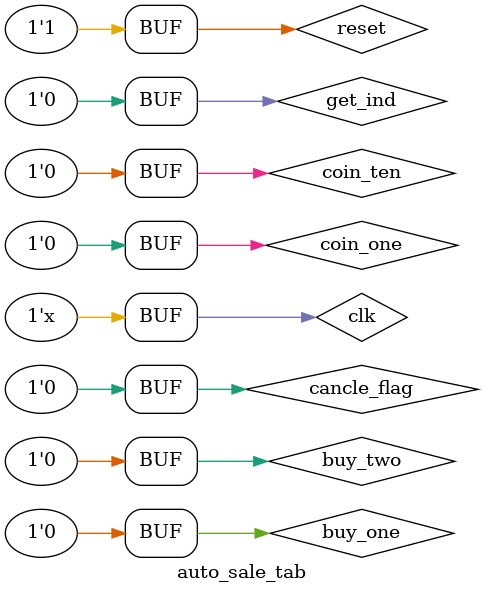
<source format=v>
`timescale 1ns / 1ps


module auto_sale_tab( );
    
    reg clk, reset, cancle_flag, coin_one, coin_ten, buy_one, buy_two, get_ind;
    
    wire op_start, light_one, light_two, light, hold_ind, not_enough, light_get;
    
    wire  [7:0] seg, an;
    
    auto_sale dut(clk, reset, cancle_flag, coin_one, coin_ten, buy_one, buy_two, get_ind,
                    op_start, light_one, light_two, light, hold_ind, not_enough, light_get, seg, an);
    
    initial begin
        //ÊäÈë³õÊ¼»¯
        clk<=0;
        cancle_flag<=0;
        coin_one<=0;
        coin_ten<=0;
        buy_one<=0;
        buy_two<=0;
        reset<=0;
        get_ind<=0;
        
        #200 reset<=~reset;  //¸´Î»ÐÅºÅÖÃ1
        #200 coin_one<=1;
        #200 coin_one<=0;    //Í¶±ÒÒ»Ôª£¬½øÈëS1
        #200 coin_one<=1;
        #200 coin_one<=0;
        #200 coin_one<=1;
        #200 coin_one<=0;    //ÈýÔª£¬½øÈëS2
        #200 coin_ten<=1;
        #200 coin_ten<=0;    //13Ôª£¬½øÈëS3
        #200 buy_two<=1;
        #200 buy_two<=0;     //¹ºÂòÉÌÆ·¶þ£¬Óà8Ôª£¬S3
        
        #200 buy_one<=1;
        #200 buy_one<=0;     //¹ºÂòÉÌÆ·¶þ£¬
        #200 buy_two<=1;
        #200 buy_two<=0;     //¹ºÂòÉÌÆ·1£¬
        
        #200 get_ind<=1;
        #200 get_ind<=0;     //ÕÒÁã£¬»ØS0
        #200 coin_one<=1;
        #200 coin_one<=0;    //Ò»Ôª£¬S1
        #200 cancle_flag<=1;
        #200 cancle_flag<=0;     //È¡Ïû²Ù×÷£¬»ØS0
        #200 reset<=0;
        #200 reset<=1;       //¸´Î»£¬»ØS0
    end
    
    always #50 clk=~clk;
    
    
endmodule

</source>
